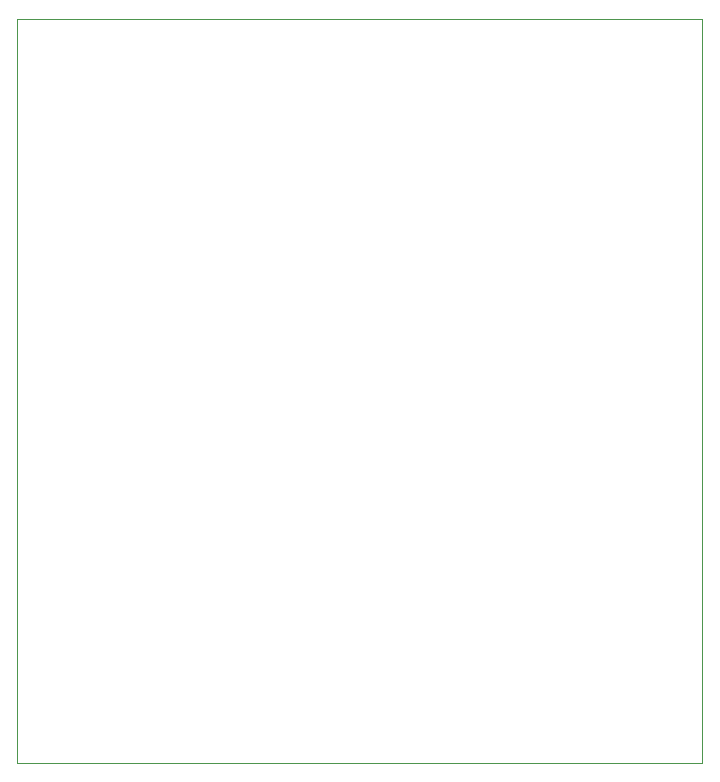
<source format=gbr>
%TF.GenerationSoftware,KiCad,Pcbnew,(5.1.7)-1*%
%TF.CreationDate,2020-11-20T22:02:50-05:00*%
%TF.ProjectId,Temp Probe,54656d70-2050-4726-9f62-652e6b696361,rev?*%
%TF.SameCoordinates,Original*%
%TF.FileFunction,Profile,NP*%
%FSLAX46Y46*%
G04 Gerber Fmt 4.6, Leading zero omitted, Abs format (unit mm)*
G04 Created by KiCad (PCBNEW (5.1.7)-1) date 2020-11-20 22:02:50*
%MOMM*%
%LPD*%
G01*
G04 APERTURE LIST*
%TA.AperFunction,Profile*%
%ADD10C,0.050000*%
%TD*%
G04 APERTURE END LIST*
D10*
X25500000Y-131500000D02*
X25500000Y-68500000D01*
X83500000Y-131500000D02*
X25500000Y-131500000D01*
X83500000Y-68500000D02*
X83500000Y-131500000D01*
X25500000Y-68500000D02*
X83500000Y-68500000D01*
M02*

</source>
